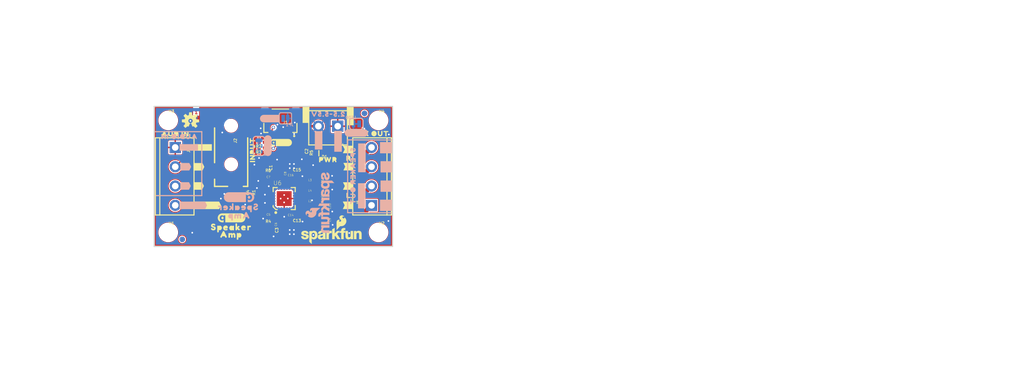
<source format=kicad_pcb>
(kicad_pcb (version 20211014) (generator pcbnew)
  (layers (0 "F.Cu" signal) (1 "In1.Cu" signal) (2 "In2.Cu" signal) (31 "B.Cu" signal) (34 "B.Paste" user) (35 "F.Paste" user) (36 "B.SilkS" user "B.Silkscreen") (37 "F.SilkS" user "F.Silkscreen") (38 "B.Mask" user) (39 "F.Mask" user) (44 "Edge.Cuts" user))
  (net 0 "")
  (net 1 "3.3V")
  (net 2 "GND")
  (net 3 "SCL")
  (net 4 "SDA")
  (net 5 "N$16")
  (net 6 "N$17")
  (net 7 "SPK_R_+")
  (net 8 "SPK_R_-")
  (net 9 "SPK_L_+")
  (net 10 "SPK_L_-")
  (net 11 "N$21")
  (net 12 "N$20")
  (net 13 "N$25")
  (net 14 "N$22")
  (net 15 "N$1")
  (net 16 "N$2")
  (net 17 "N$18")
  (net 18 "N$19")
  (net 19 "N$3")
  (net 20 "N$5")
  (net 21 "~{SDZ}")
  (net 22 "VCC")
  (net 23 "INL_SCRWPN")
  (net 24 "INR_SCRWPN")
  (net 25 "INL")
  (net 26 "INR")
  (net 27 "N$4")
  (net 28 "N$6")
  (footprint "eagleBoard:0402-TIGHT" (layer "F.Cu") (at 151.965662 112.732822)
    (fp_text reference "C14" (at -0.889 -0.6985) (layer "F.SilkS") (effects (font (size 0.367386 0.367386) (thickness 0.039014)) (justify left)))
    (fp_text value "0.1uF")
    (pad "1" smd roundrect (at -0.5 0) (size 0.6 0.6) (layers "F.Cu" "F.Paste" "F.Mask") (roundrect_rratio 0.08466666667) (net 22 "VCC"))
    (pad "2" smd roundrect (at 0.5 0) (size 0.6 0.6) (layers "F.Cu" "F.Paste" "F.Mask") (roundrect_rratio 0.08466666667) (net 2 "GND"))
  )
  (footprint "eagleBoard:###15" (layer "F.Cu") (at 162.16884 110.2487)
    (fp_text reference "U$9" hide)
    (fp_text value "" hide)
  )
  (footprint "eagleBoard:0402-TIGHT" (layer "F.Cu") (at 146.403059 98.808541 180)
    (fp_text reference "R2" (at 0 -0.762) (layer "F.SilkS") (effects (font (size 0.512064 0.512064) (thickness 0.097536)) (justify right)))
    (fp_text value "2.2k")
    (pad "1" smd roundrect (at -0.5 0 180) (size 0.6 0.6) (layers "F.Cu" "F.Paste" "F.Mask") (roundrect_rratio 0.08466666667) (net 3 "SCL"))
    (pad "2" smd roundrect (at 0.5 0 180) (size 0.6 0.6) (layers "F.Cu" "F.Paste" "F.Mask") (roundrect_rratio 0.08466666667) (net 5 "N$16"))
  )
  (footprint "eagleBoard:CREATIVE_COMMONS" (layer "F.Cu") (at 119.2911 138.0236)
    (fp_text reference "FRAME2" hide)
    (fp_text value "FRAME-LETTER" hide)
  )
  (footprint "eagleBoard:SCREWTERMINAL-3.5MM-4" (layer "F.Cu") (at 130.7211 99.7536 -90)
    (fp_text reference "J6" (at 0 -2.413 90) (layer "F.SilkS") (effects (font (size 0.512064 0.512064) (thickness 0.097536)) (justify right)))
    (fp_text value "SCREW")
    (pad "1" thru_hole rect (at 0 0 270) (size 2.032 2.032) (drill 1.2) (layers *.Cu *.Mask) (net 2 "GND"))
    (pad "2" thru_hole circle (at 3.5 0 270) (size 2.032 2.032) (drill 1.2) (layers *.Cu *.Mask) (net 24 "INR_SCRWPN"))
    (pad "3" thru_hole circle (at 7 0 270) (size 2.032 2.032) (drill 1.2) (layers *.Cu *.Mask) (net 23 "INL_SCRWPN"))
    (pad "4" thru_hole circle (at 10.5 0 270) (size 2.032 2.032) (drill 1.2) (layers *.Cu *.Mask) (net 21 "~{SDZ}"))
  )
  (footprint "eagleBoard:SCREWTERMINAL-3.5MM-2" (layer "F.Cu") (at 160.157162 95.8977 180)
    (fp_text reference "J4" (at -1.27 -3.429) (layer "F.SilkS") (effects (font (size 0.512064 0.512064) (thickness 0.097536)) (justify right)))
    (fp_text value "")
    (pad "1" thru_hole rect (at 0 0 180) (size 2.032 2.032) (drill 1.2) (layers *.Cu *.Mask) (net 2 "GND"))
    (pad "2" thru_hole circle (at 3.5 0 180) (size 2.032 2.032) (drill 1.2) (layers *.Cu *.Mask) (net 22 "VCC"))
  )
  (footprint "eagleBoard:SCREWTERMINAL-3.5MM-4" (layer "F.Cu") (at 166.2811 110.2536 90)
    (fp_text reference "J5" (at 0 -2.413 90) (layer "F.SilkS") (effects (font (size 0.512064 0.512064) (thickness 0.097536)) (justify left)))
    (fp_text value "")
    (pad "1" thru_hole rect (at 0 0 90) (size 2.032 2.032) (drill 1.2) (layers *.Cu *.Mask) (net 9 "SPK_L_+"))
    (pad "2" thru_hole circle (at 3.5 0 90) (size 2.032 2.032) (drill 1.2) (layers *.Cu *.Mask) (net 10 "SPK_L_-"))
    (pad "3" thru_hole circle (at 7 0 90) (size 2.032 2.032) (drill 1.2) (layers *.Cu *.Mask) (net 8 "SPK_R_-"))
    (pad "4" thru_hole circle (at 10.5 0 90) (size 2.032 2.032) (drill 1.2) (layers *.Cu *.Mask) (net 7 "SPK_R_+"))
  )
  (footprint "eagleBoard:###16" (layer "F.Cu") (at 162.138359 106.75366)
    (fp_text reference "U$11" hide)
    (fp_text value "" hide)
  )
  (footprint "eagleBoard:0402" (layer "F.Cu") (at 158.061659 105.387141 90)
    (fp_text reference "C11" (at -0.889 -0.6985 90) (layer "F.SilkS") (effects (font (size 0.367386 0.367386) (thickness 0.039014)) (justify left)))
    (fp_text value "1nF")
    (pad "1" smd roundrect (at -0.58 0 90) (size 0.85 0.9) (layers "F.Cu" "F.Paste" "F.Mask") (roundrect_rratio 0.05976470588) (net 7 "SPK_R_+"))
    (pad "2" smd roundrect (at 0.58 0 90) (size 0.85 0.9) (layers "F.Cu" "F.Paste" "F.Mask") (roundrect_rratio 0.05976470588) (net 2 "GND"))
  )
  (footprint "eagleBoard:0402" (layer "F.Cu") (at 158.02864 110.738919 -90)
    (fp_text reference "C10" (at -0.889 -0.6985 90) (layer "F.SilkS") (effects (font (size 0.367386 0.367386) (thickness 0.039014)) (justify right)))
    (fp_text value "1nF")
    (pad "1" smd roundrect (at -0.58 0 270) (size 0.85 0.9) (layers "F.Cu" "F.Paste" "F.Mask") (roundrect_rratio 0.05976470588) (net 10 "SPK_L_-"))
    (pad "2" smd roundrect (at 0.58 0 270) (size 0.85 0.9) (layers "F.Cu" "F.Paste" "F.Mask") (roundrect_rratio 0.05976470588) (net 2 "GND"))
  )
  (footprint "eagleBoard:STAND-OFF-TIGHT" (layer "F.Cu") (at 129.4511 94.8436)
    (fp_text reference "H3" (at 0 -1.651) (layer "F.SilkS") (effects (font (size 0.512064 0.512064) (thickness 0.097536)) (justify left)))
    (fp_text value "STAND-OFFTIGHT")
    (pad "" np_thru_hole circle (at 0 0) (size 3.048 3.048) (drill 3.048) (layers *.Cu *.Mask))
  )
  (footprint "eagleBoard:#R#11" (layer "F.Cu") (at 134.835896 103.263694)
    (fp_text reference "U$17" hide)
    (fp_text value "" hide)
  )
  (footprint "eagleBoard:0402-TIGHT" (layer "F.Cu") (at 151.960578 105.4862)
    (fp_text reference "C16" (at -0.889 -0.6985) (layer "F.SilkS") (effects (font (size 0.367386 0.367386) (thickness 0.039014)) (justify left)))
    (fp_text value "0.1uF")
    (pad "1" smd roundrect (at -0.5 0) (size 0.6 0.6) (layers "F.Cu" "F.Paste" "F.Mask") (roundrect_rratio 0.08466666667) (net 22 "VCC"))
    (pad "2" smd roundrect (at 0.5 0) (size 0.6 0.6) (layers "F.Cu" "F.Paste" "F.Mask") (roundrect_rratio 0.08466666667) (net 2 "GND"))
  )
  (footprint "eagleBoard:AUD_IN23" (layer "F.Cu") (at 130.7592 97.289619)
    (fp_text reference "U$22" hide)
    (fp_text value "" hide)
  )
  (footprint "eagleBoard:0402-TIGHT" (layer "F.Cu") (at 146.403059 99.862641 180)
    (fp_text reference "R3" (at 0 -0.762) (layer "F.SilkS") (effects (font (size 0.512064 0.512064) (thickness 0.097536)) (justify right)))
    (fp_text value "2.2k")
    (pad "1" smd roundrect (at -0.5 0 180) (size 0.6 0.6) (layers "F.Cu" "F.Paste" "F.Mask") (roundrect_rratio 0.08466666667) (net 4 "SDA"))
    (pad "2" smd roundrect (at 0.5 0 180) (size 0.6 0.6) (layers "F.Cu" "F.Paste" "F.Mask") (roundrect_rratio 0.08466666667) (net 6 "N$17"))
  )
  (footprint "eagleBoard:0402-TIGHT" (layer "F.Cu") (at 146.997418 104.503216)
    (fp_text reference "R6" (at 0 -0.562) (layer "F.SilkS") (effects (font (size 0.512064 0.512064) (thickness 0.097536)) (justify left)))
    (fp_text value "100")
    (pad "1" smd roundrect (at -0.5 0) (size 0.6 0.6) (layers "F.Cu" "F.Paste" "F.Mask") (roundrect_rratio 0.08466666667) (net 26 "INR"))
    (pad "2" smd roundrect (at 0.5 0) (size 0.6 0.6) (layers "F.Cu" "F.Paste" "F.Mask") (roundrect_rratio 0.08466666667) (net 19 "N$3"))
  )
  (footprint "eagleBoard:QFN-20-0.5MM" (layer "F.Cu") (at 150.45944 109.0295)
    (fp_text reference "U6" (at -2 -2.8175) (layer "F.SilkS") (effects (font (size 0.752978 0.752978) (thickness 0.059822)) (justify left)))
    (fp_text value "TPA2016D2")
    (pad "1" smd roundrect (at -1 2.1 90) (size 1.05 0.28) (layers "F.Cu" "F.Paste" "F.Mask") (roundrect_rratio 0.5) (net 11 "N$21"))
    (pad "2" smd roundrect (at -0.5 2.1 90) (size 1.05 0.28) (layers "F.Cu" "F.Paste" "F.Mask") (roundrect_rratio 0.5) (net 14 "N$22"))
    (pad "3" smd roundrect (at 0 2.1 90) (size 1.05 0.28) (layers "F.Cu" "F.Paste" "F.Mask") (roundrect_rratio 0.5) (net 2 "GND"))
    (pad "4" smd roundrect (at 0.5 2.1 90) (size 1.05 0.28) (layers "F.Cu" "F.Paste" "F.Mask") (roundrect_rratio 0.5) (net 22 "VCC"))
    (pad "5" smd roundrect (at 1 2.1 90) (size 1.05 0.28) (layers "F.Cu" "F.Paste" "F.Mask") (roundrect_rratio 0.5) (net 22 "VCC"))
    (pad "6" smd roundrect (at 2.1 1 180) (size 1.05 0.28) (layers "F.Cu" "F.Paste" "F.Mask") (roundrect_rratio 0.5) (net 15 "N$1"))
    (pad "7" smd roundrect (at 2.1 0.5 180) (size 1.05 0.28) (layers "F.Cu" "F.Paste" "F.Mask") (roundrect_rratio 0.5) (net 16 "N$2"))
    (pad "8" smd roundrect (at 2.1 0 180) (size 1.05 0.28) (layers "F.Cu" "F.Paste" "F.Mask") (roundrect_rratio 0.5) (net 2 "GND"))
    (pad "9" smd roundrect (at 2.1 -0.5 180) (size 1.05 0.28) (layers "F.Cu" "F.Paste" "F.Mask") (roundrect_rratio 0.5) (net 18 "N$19"))
    (pad "10" smd roundrect (at 2.1 -1 180) (size 1.05 0.28) (layers "F.Cu" "F.Paste" "F.Mask") (roundrect_rratio 0.5) (net 17 "N$18"))
    (pad "11" smd roundrect (at 1 -2.1 270) (size 1.05 0.28) (layers "F.Cu" "F.Paste" "F.Mask") (roundrect_rratio 0.5) (net 22 "VCC"))
    (pad "12" smd roundrect (at 0.5 -2.1 270) (size 1.05 0.28) (layers "F.Cu" "F.Paste" "F.Mask") (roundrect_rratio 0.5) (net 22 "VCC"))
    (pad "13" smd roundrect (at 0 -2.1 270) (size 1.05 0.28) (layers "F.Cu" "F.Paste" "F.Mask") (roundrect_rratio 0.5) (net 22 "VCC"))
    (pad "14" smd roundrect (at -0.5 -2.1 270) (size 1.05 0.28) (layers "F.Cu" "F.Paste" "F.Mask") (roundrect_rratio 0.5) (net 12 "N$20"))
    (pad "15" smd roundrect (at -1 -2.1 270) (size 1.05 0.28) (layers "F.Cu" "F.Paste" "F.Mask") (roundrect_rratio 0.5) (net 13 "N$25"))
    (pad "16" smd roundrect (at -2.1 -1) (size 1.05 0.28) (layers "F.Cu" "F.Paste" "F.Mask") (roundrect_rratio 0.5))
    (pad "17" smd roundrect (at -2.1 -0.5) (size 1.05 0.28) (layers "F.Cu" "F.Paste" "F.Mask") (roundrect_rratio 0.5) (net 3 "SCL"))
    (pad "18" smd roundrect (at -2.1 0) (size 1.05 0.28) (layers "F.Cu" "F.Paste" "F.Mask") (roundrect_rratio 0.5) (net 21 "~{SDZ}"))
    (pad "19" smd roundrect (at -2.1 0.5) (size 1.05 0.28) (layers "F.Cu" "F.Paste" "F.Mask") (roundrect_rratio 0.5) (net 4 "SDA"))
    (pad "20" smd roundrect (at -2.1 1) (size 1.05 0.28) (layers "F.Cu" "F.Paste" "F.Mask") (roundrect_rratio 0.5))
    (pad "PAD" smd roundrect (at 0 0) (size 2.7 2.7) (layers "F.Cu" "F.Mask") (roundrect_rratio 0.025) (net 2 "GND"))
  )
  (footprint "eagleBoard:FIDUCIAL-1X2" (layer "F.Cu") (at 165.0111 93.5736)
    (fp_text reference "FD3" hide)
    (fp_text value "FIDUCIAL1X2" hide)
    (pad "1" smd roundrect (at 0 0) (size 1 1) (layers "F.Cu" "F.Mask") (roundrect_rratio 0.5))
  )
  (footprint "eagleBoard:#L#12" (layer "F.Cu") (at 134.802881 106.7435)
    (fp_text reference "U$19" hide)
    (fp_text value "" hide)
  )
  (footprint "eagleBoard:STAND-OFF-TIGHT" (layer "F.Cu") (at 167.5511 94.8436)
    (fp_text reference "H4" (at 0 -1.651) (layer "F.SilkS") (effects (font (size 0.512064 0.512064) (thickness 0.097536)) (justify left)))
    (fp_text value "STAND-OFFTIGHT")
    (pad "" np_thru_hole circle (at 0 0) (size 3.048 3.048) (drill 3.048) (layers *.Cu *.Mask))
  )
  (footprint "eagleBoard:0402-TIGHT" (layer "F.Cu") (at 148.556981 114.213641 -90)
    (fp_text reference "C3" (at 0 -0.562 90) (layer "F.SilkS") (effects (font (size 0.512064 0.512064) (thickness 0.097536)) (justify right)))
    (fp_text value "47nF")
    (pad "1" smd roundrect (at -0.5 0 270) (size 0.6 0.6) (layers "F.Cu" "F.Paste" "F.Mask") (roundrect_rratio 0.08466666667) (net 20 "N$5"))
    (pad "2" smd roundrect (at 0.5 0 270) (size 0.6 0.6) (layers "F.Cu" "F.Paste" "F.Mask") (roundrect_rratio 0.08466666667) (net 2 "GND"))
  )
  (footprint "eagleBoard:#GND#25" (layer "F.Cu") (at 162.450781 94.071441 90)
    (fp_text reference "U$20" hide)
    (fp_text value "" hide)
  )
  (footprint "eagleBoard:0805" (layer "F.Cu") (at 153.636981 99.885504 -90)
    (fp_text reference "C2" (at 0 -0.889 90) (layer "F.SilkS") (effects (font (size 0.512064 0.512064) (thickness 0.097536)) (justify right)))
    (fp_text value "10uF")
    (pad "1" smd roundrect (at -0.9 0 270) (size 0.8 1.2) (layers "F.Cu" "F.Paste" "F.Mask") (roundrect_rratio 0.0635) (net 22 "VCC"))
    (pad "2" smd roundrect (at 0.9 0 270) (size 0.8 1.2) (layers "F.Cu" "F.Paste" "F.Mask") (roundrect_rratio 0.0635) (net 2 "GND"))
  )
  (footprint "eagleBoard:INPUT0" (layer "F.Cu") (at 144.71904 100.187757 90)
    (fp_text reference "U$3" hide)
    (fp_text value "" hide)
  )
  (footprint "eagleBoard:0402" (layer "F.Cu") (at 158.023562 113.421157 -90)
    (fp_text reference "C9" (at -0.889 -0.6985 90) (layer "F.SilkS") (effects (font (size 0.367386 0.367386) (thickness 0.039014)) (justify right)))
    (fp_text value "1nF")
    (pad "1" smd roundrect (at -0.58 0 270) (size 0.85 0.9) (layers "F.Cu" "F.Paste" "F.Mask") (roundrect_rratio 0.05976470588) (net 9 "SPK_L_+"))
    (pad "2" smd roundrect (at 0.58 0 270) (size 0.85 0.9) (layers "F.Cu" "F.Paste" "F.Mask") (roundrect_rratio 0.05976470588) (net 2 "GND"))
  )
  (footprint "eagleBoard:0402-TIGHT" (layer "F.Cu") (at 148.112481 112.6363)
    (fp_text reference "C5" (at -0.889 -0.6985) (layer "F.SilkS") (effects (font (size 0.367386 0.367386) (thickness 0.039014)) (justify left)))
    (fp_text value "1.0uF")
    (pad "1" smd roundrect (at -0.5 0) (size 0.6 0.6) (layers "F.Cu" "F.Paste" "F.Mask") (roundrect_rratio 0.08466666667) (net 2 "GND"))
    (pad "2" smd roundrect (at 0.5 0) (size 0.6 0.6) (layers "F.Cu" "F.Paste" "F.Mask") (roundrect_rratio 0.08466666667) (net 11 "N$21"))
  )
  (footprint "eagleBoard:LED-0603" (layer "F.Cu") (at 158.3309 100.802441 180)
    (fp_text reference "D1" (at 0 -0.635) (layer "F.SilkS") (effects (font (size 0.512064 0.512064) (thickness 0.097536)) (justify right)))
    (fp_text value "RED")
    (pad "A" smd roundrect (at -0.877 0 90) (size 1 1) (layers "F.Cu" "F.Paste" "F.Mask") (roundrect_rratio 0.15) (net 28 "N$6"))
    (pad "C" smd roundrect (at 0.877 0 90) (size 1 1) (layers "F.Cu" "F.Paste" "F.Mask") (roundrect_rratio 0.15) (net 27 "N$4"))
  )
  (footprint "eagleBoard:0402" (layer "F.Cu") (at 158.059121 108.0008 90)
    (fp_text reference "C12" (at -0.889 -0.6985 90) (layer "F.SilkS") (effects (font (size 0.367386 0.367386) (thickness 0.039014)) (justify left)))
    (fp_text value "1nF")
    (pad "1" smd roundrect (at -0.58 0 90) (size 0.85 0.9) (layers "F.Cu" "F.Paste" "F.Mask") (roundrect_rratio 0.05976470588) (net 8 "SPK_R_-"))
    (pad "2" smd roundrect (at 0.58 0 90) (size 0.85 0.9) (layers "F.Cu" "F.Paste" "F.Mask") (roundrect_rratio 0.05976470588) (net 2 "GND"))
  )
  (footprint "eagleBoard:0402-TIGHT" (layer "F.Cu") (at 149.664418 113.210344 90)
    (fp_text reference "C6" (at -0.889 -0.6985 90) (layer "F.SilkS") (effects (font (size 0.367386 0.367386) (thickness 0.039014)) (justify left)))
    (fp_text value "1.0uF")
    (pad "1" smd roundrect (at -0.5 0 90) (size 0.6 0.6) (layers "F.Cu" "F.Paste" "F.Mask") (roundrect_rratio 0.08466666667) (net 20 "N$5"))
    (pad "2" smd roundrect (at 0.5 0 90) (size 0.6 0.6) (layers "F.Cu" "F.Paste" "F.Mask") (roundrect_rratio 0.08466666667) (net 14 "N$22"))
  )
  (footprint "eagleBoard:ORDERING_INSTRUCTIONS" (layer "F.Cu") (at 182.7911 73.2536)
    (fp_text reference "LOGO6" hide)
    (fp_text value "SPECIAL_INSTRUCTIONS-ORDERING" hide)
  )
  (footprint "eagleBoard:0402-TIGHT" (layer "F.Cu") (at 147.022821 113.731044)
    (fp_text reference "R4" (at 0 -0.562) (layer "F.SilkS") (effects (font (size 0.512064 0.512064) (thickness 0.097536)) (justify left)))
    (fp_text value "100")
    (pad "1" smd roundrect (at -0.5 0) (size 0.6 0.6) (layers "F.Cu" "F.Paste" "F.Mask") (roundrect_rratio 0.08466666667) (net 25 "INL"))
    (pad "2" smd roundrect (at 0.5 0) (size 0.6 0.6) (layers "F.Cu" "F.Paste" "F.Mask") (roundrect_rratio 0.08466666667) (net 20 "N$5"))
  )
  (footprint "eagleBoard:###16" (layer "F.Cu") (at 162.212018 103.2383)
    (fp_text reference "U$10" hide)
    (fp_text value "" hide)
  )
  (footprint "eagleBoard:TP_15TH" (layer "F.Cu") (at 148.5011 99.9236)
    (fp_text reference "TP2" hide)
    (fp_text value "" hide)
    (pad "1" thru_hole circle (at 0 0) (size 0.6096 0.6096) (drill 0.381) (layers *.Cu) (net 4 "SDA"))
  )
  (footprint "eagleBoard:0402-TIGHT" (layer "F.Cu") (at 144.4371 108.5088 90)
    (fp_text reference "C4" (at 0 -0.562 90) (layer "F.SilkS") (effects (font (size 0.512064 0.512064) (thickness 0.097536)) (justify left)))
    (fp_text value "0.1uF")
    (pad "1" smd roundrect (at -0.5 0 90) (size 0.6 0.6) (layers "F.Cu" "F.Paste" "F.Mask") (roundrect_rratio 0.08466666667) (net 21 "~{SDZ}"))
    (pad "2" smd roundrect (at 0.5 0 90) (size 0.6 0.6) (layers "F.Cu" "F.Paste" "F.Mask") (roundrect_rratio 0.08466666667) (net 2 "GND"))
  )
  (footprint "eagleBoard:SPEAKER0" (layer "F.Cu") (at 140.8811 114.206022)
    (fp_text reference "U$1" hide)
    (fp_text value "" hide)
  )
  (footprint "eagleBoard:STAND-OFF-TIGHT" (layer "F.Cu") (at 129.4511 115.1636)
    (fp_text reference "H1" (at 0 -1.651) (layer "F.SilkS") (effects (font (size 0.512064 0.512064) (thickness 0.097536)) (justify left)))
    (fp_text value "STAND-OFFTIGHT")
    (pad "" np_thru_hole circle (at 0 0) (size 3.048 3.048) (drill 3.048) (layers *.Cu *.Mask))
  )
  (footprint "eagleBoard:0402-TIGHT" (layer "F.Cu") (at 149.9489 104.993441 -90)
    (fp_text reference "C8" (at -0.889 -0.6985 90) (layer "F.SilkS") (effects (font (size 0.367386 0.367386) (thickness 0.039014)) (justify right)))
    (fp_text value "1.0uF")
    (pad "1" smd roundrect (at -0.5 0 270) (size 0.6 0.6) (layers "F.Cu" "F.Paste" "F.Mask") (roundrect_rratio 0.08466666667) (net 19 "N$3"))
    (pad "2" smd roundrect (at 0.5 0 270) (size 0.6 0.6) (layers "F.Cu" "F.Paste" "F.Mask") (roundrect_rratio 0.08466666667) (net 12 "N$20"))
  )
  (footprint "eagleBoard:0402-TIGHT" (layer "F.Cu") (at 145.516603 108.503719 90)
    (fp_text reference "R1" (at 0 -0.562 90) (layer "F.SilkS") (effects (font (size 0.512064 0.512064) (thickness 0.097536)) (justify left)))
    (fp_text value "100k")
    (pad "1" smd roundrect (at -0.5 0 90) (size 0.6 0.6) (layers "F.Cu" "F.Paste" "F.Mask") (roundrect_rratio 0.08466666667) (net 21 "~{SDZ}"))
    (pad "2" smd roundrect (at 0.5 0 90) (size 0.6 0.6) (layers "F.Cu" "F.Paste" "F.Mask") (roundrect_rratio 0.08466666667) (net 22 "VCC"))
  )
  (footprint "eagleBoard:AUDIO-JACK-3.5MM-SMD" (layer "F.Cu") (at 140.848081 92.3163 -90)
    (fp_text reference "J2" (at 5.715 -0.762 90) (layer "F.SilkS") (effects (font (size 0.512064 0.512064) (thickness 0.097536)) (justify right)))
    (fp_text value "TRS_INPUT")
    (pad "" np_thru_hole circle (at 10.5 0 270) (size 2 2) (drill 2) (layers *.Cu *.Mask))
    (pad "" np_thru_hole circle (at 3.5 0 270) (size 2 2) (drill 2) (layers *.Cu *.Mask))
    (pad "RING" smd roundrect (at 4.3 -3.45 270) (size 2 2.5) (layers "F.Cu" "F.Paste" "F.Mask") (roundrect_rratio 0.0254) (net 26 "INR"))
    (pad "RSH" smd roundrect (at 1.5 -3.45 90) (size 1.2 2.5) (layers "F.Cu" "F.Paste" "F.Mask") (roundrect_rratio 0.04233333333) (net 24 "INR_SCRWPN"))
    (pad "SLEEVE" smd roundrect (at 2.4 3.45 270) (size 2 2.5) (layers "F.Cu" "F.Paste" "F.Mask") (roundrect_rratio 0.0254) (net 2 "GND"))
    (pad "TIP" smd roundrect (at 11.7 3.45 270) (size 2 2.5) (layers "F.Cu" "F.Paste" "F.Mask") (roundrect_rratio 0.0254) (net 25 "INL"))
    (pad "TSH" smd roundrect (at 15.75 -0.75) (size 2 2.5) (layers "F.Cu" "F.Paste" "F.Mask") (roundrect_rratio 0.0254) (net 23 "INL_SCRWPN"))
  )
  (footprint "eagleBoard:L5" (layer "F.Cu") (at 162.13074 108.458)
    (fp_text reference "U$16" hide)
    (fp_text value "" hide)
  )
  (footprint "eagleBoard:R21" (layer "F.Cu") (at 162.138362 101.719379)
    (fp_text reference "U$14" hide)
    (fp_text value "" hide)
  )
  (footprint "eagleBoard:0402-TIGHT" (layer "F.Cu") (at 151.965659 113.792)
    (fp_text reference "C13" (at 0 -0.762) (layer "F.SilkS") (effects (font (size 0.512064 0.512064) (thickness 0.097536)) (justify left)))
    (fp_text value "1.0uF")
    (pad "1" smd roundrect (at -0.5 0) (size 0.6 0.6) (layers "F.Cu" "F.Paste" "F.Mask") (roundrect_rratio 0.08466666667) (net 22 "VCC"))
    (pad "2" smd roundrect (at 0.5 0) (size 0.6 0.6) (layers "F.Cu" "F.Paste" "F.Mask") (roundrect_rratio 0.08466666667) (net 2 "GND"))
  )
  (footprint "eagleBoard:SPK_OUT22" (layer "F.Cu") (at 166.32174 97.25406)
    (fp_text reference "U$21" hide)
    (fp_text value "" hide)
  )
  (footprint "eagleBoard:0805" (layer "F.Cu") (at 155.53944 112.2045)
    (fp_text reference "L1" (at -0.762 -0.8255) (layer "F.SilkS") (effects (font (size 0.367386 0.367386) (thickness 0.039014)) (justify left)))
    (fp_text value "220Ω")
    (pad "1" smd roundrect (at -0.9 0) (size 0.8 1.2) (layers "F.Cu" "F.Paste" "F.Mask") (roundrect_rratio 0.0635) (net 15 "N$1"))
    (pad "2" smd roundrect (at 0.9 0) (size 0.8 1.2) (layers "F.Cu" "F.Paste" "F.Mask") (roundrect_rratio 0.0635) (net 9 "SPK_L_+"))
  )
  (footprint "eagleBoard:###15" (layer "F.Cu") (at 162.176459 100.119182)
    (fp_text reference "U$12" hide)
    (fp_text value "" hide)
  )
  (footprint "eagleBoard:STAND-OFF-TIGHT" (layer "F.Cu") (at 167.5511 115.1636)
    (fp_text reference "H2" (at 0 -1.651) (layer "F.SilkS") (effects (font (size 0.512064 0.512064) (thickness 0.097536)) (justify left)))
    (fp_text value "STAND-OFFTIGHT")
    (pad "" np_thru_hole circle (at 0 0) (size 3.048 3.048) (drill 3.048) (layers *.Cu *.Mask))
  )
  (footprint "eagleBoard:#VIN#24" (layer "F.Cu") (at 154.388818 93.850463 90)
    (fp_text reference "U$15" hide)
    (fp_text value "" hide)
  )
  (footprint "eagleBoard:FIDUCIAL-1X2" (layer "F.Cu") (at 131.9911 116.4336)
    (fp_text reference "FD1" hide)
    (fp_text value "FIDUCIAL1X2" hide)
    (pad "1" smd roundrect (at 0 0) (size 1 1) (layers "F.Cu" "F.Mask") (roundrect_rratio 0.5))
  )
  (footprint "eagleBoard:SFE_LOGO_NAME_FLAME_.1" (layer "F.Cu") (at 159.09544 115.77066)
    (fp_text reference "U$30" hide)
    (fp_text value "" hide)
  )
  (footprint "eagleBoard:OSHW-LOGO-S" (layer "F.Cu") (at 133.487362 94.937622)
    (fp_text reference "LOGO4" hide)
    (fp_text value "OSHW-LOGOS" hide)
  )
  (footprint "eagleBoard:QWIIC_4MM" (layer "F.Cu") (at 149.8613 98.8799)
    (fp_text reference "LOGO3" hide)
    (fp_text value "QWIIC_LOGO_4MM" hide)
  )
  (footprint "eagleBoard:JST04_1MM_RA" (layer "F.Cu") (at 149.7711 97.3836 180)
    (fp_text reference "J1" (at -1.397 2.159) (layer "F.SilkS") (effects (font (size 0.512064 0.512064) (thickness 0.097536)) (justify right)))
    (fp_text value "QWIIC")
    (pad "1" smd roundrect (at -1.5 0 180) (size 0.6 1.35) (layers "F.Cu" "F.Paste" "F.Mask") (roundrect_rratio 0.08466666667) (net 2 "GND"))
    (pad "2" smd roundrect (at -0.5 0 180) (size 0.6 1.35) (layers "F.Cu" "F.Paste" "F.Mask") (roundrect_rratio 0.08466666667) (net 1 "3.3V"))
    (pad "3" smd roundrect (at 0.5 0 180) (size 0.6 1.35) (layers "F.Cu" "F.Paste" "F.Mask") (roundrect_rratio 0.08466666667) (net 4 "SDA"))
    (pad "4" smd roundrect (at 1.5 0 180) (size 0.6 1.35) (layers "F.Cu" "F.Paste" "F.Mask") (roundrect_rratio 0.08466666667) (net 3 "SCL"))
    (pad "NC1" smd roundrect (at 2.8 3.675 180) (size 1.2 2) (layers "F.Cu" "F.Paste" "F.Mask") (roundrect_rratio 0.04233333333))
    (pad "NC2" smd roundrect (at -2.8 3.675 180) (size 1.2 2) (layers "F.Cu" "F.Paste" "F.Mask") (roundrect_rratio 0.04233333333))
  )
  (footprint "eagleBoard:0402-TIGHT" (layer "F.Cu") (at 151.960581 104.3813)
    (fp_text reference "C15" (at 0 -0.562) (layer "F.SilkS") (effects (font (size 0.512064 0.512064) (thickness 0.097536)) (justify left)))
    (fp_text value "1.0uF")
    (pad "1" smd roundrect (at -0.5 0) (size 0.6 0.6) (layers "F.Cu" "F.Paste" "F.Mask") (roundrect_rratio 0.08466666667) (net 22 "VCC"))
    (pad "2" smd roundrect (at 0.5 0) (size 0.6 0.6) (layers "F.Cu" "F.Paste" "F.Mask") (roundrect_rratio 0.08466666667) (net 2 "GND"))
  )
  (footprint "eagleBoard:QWIIC_5MM" (layer "F.Cu") (at 140.8951 112.512079)
    (fp_text reference "LOGO1" hide)
    (fp_text value "QWIIC_LOGO_4MM" hide)
  )
  (footprint "eagleBoard:##SHDN##2" (layer "F.Cu") (at 136.3472 110.256319)
    (fp_text reference "U$40" hide)
    (fp_text value "" hide)
  )
  (footprint "eagleBoard:0402-TIGHT" (layer "F.Cu") (at 148.097243 105.811322)
    (fp_text reference "C7" (at -0.889 -0.6985) (layer "F.SilkS") (effects (font (size 0.367386 0.367386) (thickness 0.039014)) (justify left)))
    (fp_text value "1.0uF")
    (pad "1" smd roundrect (at -0.5 0) (size 0.6 0.6) (layers "F.Cu" "F.Paste" "F.Mask") (roundrect_rratio 0.08466666667) (net 2 "GND"))
    (pad "2" smd roundrect (at 0.5 0) (size 0.6 0.6) (layers "F.Cu" "F.Paste" "F.Mask") (roundrect_rratio 0.08466666667) (net 13 "N$25"))
  )
  (footprint "eagleBoard:#GND#25" (layer "F.Cu") (at 135.6868 99.75596)
    (fp_text reference "U$25" hide)
    (fp_text value "" hide)
  )
  (footprint "eagleBoard:TP_15TH" (layer "F.Cu") (at 148.5011 96.1136)
    (fp_text reference "TP1" hide)
    (fp_text value "" hide)
    (pad "1" thru_hole circle (at 0 0) (size 0.6096 0.6096) (drill 0.381) (layers *.Cu) (net 3 "SCL"))
  )
  (footprint "eagleBoard:0805" (layer "F.Cu") (at 155.53944 110.2995)
    (fp_text reference "L2" (at -0.762 -0.8255) (layer "F.SilkS") (effects (font (size 0.367386 0.367386) (thickness 0.039014)) (justify left)))
    (fp_text value "220Ω")
    (pad "1" smd roundrect (at -0.9 0) (size 0.8 1.2) (layers "F.Cu" "F.Paste" "F.Mask") (roundrect_rratio 0.0635) (net 16 "N$2"))
    (pad "2" smd roundrect (at 0.9 0) (size 0.8 1.2) (layers "F.Cu" "F.Paste" "F.Mask") (roundrect_rratio 0.0635) (net 10 "SPK_L_-"))
  )
  (footprint "eagleBoard:PWR26" (layer "F.Cu") (at 158.4071 101.973382)
    (fp_text reference "U$5" hide)
    (fp_text value "" hide)
  )
  (footprint "eagleBoard:AMP0" (layer "F.Cu") (at 140.87094 115.536982)
    (fp_text reference "U$6" hide)
    (fp_text value "" hide)
  )
  (footprint "eagleBoard:0805" (layer "F.Cu") (at 155.53944 108.3945)
    (fp_text reference "L4" (at -0.762 -0.8255) (layer "F.SilkS") (effects (font (size 0.367386 0.367386) (thickness 0.039014)) (justify left)))
    (fp_text value "220Ω")
    (pad "1" smd roundrect (at -0.9 0) (size 0.8 1.2) (layers "F.Cu" "F.Paste" "F.Mask") (roundrect_rratio 0.0635) (net 18 "N$19"))
    (pad "2" smd roundrect (at 0.9 0) (size 0.8 1.2) (layers "F.Cu" "F.Paste" "F.Mask") (roundrect_rratio 0.0635) (net 8 "SPK_R_-"))
  )
  (footprint "eagleBoard:0805" (layer "F.Cu") (at 155.53944 106.4895)
    (fp_text reference "L3" (at -0.762 -0.8255) (layer "F.SilkS") (effects (font (size 0.367386 0.367386) (thickness 0.039014)) (justify left)))
    (fp_text value "220Ω")
    (pad "1" smd roundrect (at -0.9 0) (size 0.8 1.2) (layers "F.Cu" "F.Paste" "F.Mask") (roundrect_rratio 0.0635) (net 17 "N$18"))
    (pad "2" smd roundrect (at 0.9 0) (size 0.8 1.2) (layers "F.Cu" "F.Paste" "F.Mask") (roundrect_rratio 0.0635) (net 7 "SPK_R_+"))
  )
  (footprint "eagleBoard:0402-TIGHT" (layer "F.Cu") (at 148.587459 104.000304 90)
    (fp_text reference "C1" (at 0 -0.562 90) (layer "F.SilkS") (effects (font (size 0.512064 0.512064) (thickness 0.097536)) (justify left)))
    (fp_text value "47nF")
    (pad "1" smd roundrect (at -0.5 0 90) (size 0.6 0.6) (layers "F.Cu" "F.Paste" "F.Mask") (roundrect_rratio 0.08466666667) (net 19 "N$3"))
    (pad "2" smd roundrect (at 0.5 0 90) (size 0.6 0.6) (layers "F.Cu" "F.Paste" "F.Mask") (roundrect_rratio 0.08466666667) (net 2 "GND"))
  )
  (footprint "eagleBoard:0402-TIGHT" (layer "F.Cu") (at 155.953459 101.300279 90)
    (fp_text reference "R5" (at 0 -0.562 90) (layer "F.SilkS") (effects (font (size 0.512064 0.512064) (thickness 0.097536)) (justify left)))
    (fp_text value "1k")
    (pad "1" smd roundrect (at -0.5 0 90) (size 0.6 0.6) (layers "F.Cu" "F.Paste" "F.Mask") (roundrect_rratio 0.08466666667) (net 2 "GND"))
    (pad "2" smd roundrect (at 0.5 0 90) (size 0.6 0.6) (layers "F.Cu" "F.Paste" "F.Mask") (roundrect_rratio 0.08466666667) (net 27 "N$4"))
  )
  (footprint "eagleBoard:FIDUCIAL-1X2" (layer "B.Cu") (at 131.9911 116.4336 180)
    (fp_text reference "FD2" hide)
    (fp_text value "FIDUCIAL1X2" hide)
    (pad "1" smd roundrect (at 0 0 180) (size 1 1) (layers "B.Cu" "B.Mask") (roundrect_rratio 0.5))
  )
  (footprint "eagleBoard:#I2C#0" (layer "B.Cu") (at 147.505418 99.42576 -90)
    (fp_text reference "U$2" hide)
    (fp_text value "" hide)
  )
  (footprint "eagleBoard:SMT-JUMPER_2_NC_TRACE_SILK" (layer "B.Cu") (at 163.5252 95.4786 180)
    (fp_text reference "LED0" (at 0 1.143) (layer "B.SilkS") (effects (font (size 0.512064 0.512064) (thickness 0.097536)) (justify left mirror)))
    (fp_text value "")
    (fp_poly (pts (xy 0.70485 -0.13335) (xy -0.03175 -0.13335) (xy -0.03175 0.13335) (xy 0.70485 0.13335)) (layer "B.Cu") (width 0) (fill solid))
    (fp_poly (pts (xy 0.03175 -0.13335) (xy -0.70485 -0.13335) (xy -0.70485 0.13335) (xy 0.03175 0.13335)) (layer "B.Cu") (width 0) (fill solid))
    (pad "1" smd roundrect (at -0.5207 0 180) (size 0.6604 1.27) (layers "B.Cu" "B.Mask") (roundrect_rratio 0.07692307692) (net 28 "N$6"))
    (pad "2" smd roundrect (at 0.5207 0 180) (size 0.6604 1.27) (layers "B.Cu" "B.Mask") (roundrect_rratio 0.07692307692) (net 22 "VCC"))
  )
  (footprint "eagleBoard:SPEAKER_OUT37" (layer "B.Cu") (at 162.93084 105.023919 -90)
    (fp_text reference "U$33" hide)
    (fp_text value "" hide)
  )
  (footprint "eagleBoard:##SHDN##3" (layer "B.Cu") (at 133.8199 110.263941 180)
    (fp_text reference "U$13" hide)
    (fp_text value "" hide)
  )
  (footprint "eagleBoard:#JP1#2" (layer "B.Cu") (at 147.9804 94.518482 180)
    (fp_text reference "U$39" hide)
    (fp_text value "" hide)
  )
  (footprint "eagleBoard:SPEAKER0" (layer "B.Cu") (at 142.029184 110.553497 180)
    (fp_text reference "U$4" hide)
    (fp_text value "" hide)
  )
  (footprint "eagleBoard:AMP0" (layer "B.Cu") (at 142.156184 112.077497 180)
    (fp_text reference "U$8" hide)
    (fp_text value "" hide)
  )
  (footprint "eagleBoard:###40" (layer "B.Cu") (at 168.9481 99.7966 180)
    (fp_text reference "U$31" hide)
    (fp_text value "" hide)
  )
  (footprint "eagleBoard:###41" (layer "B.Cu") (at 168.9481 106.7816 180)
    (fp_text reference "U$36" hide)
    (fp_text value "" hide)
  )
  (footprint "eagleBoard:QWIIC_5.5MM" (layer "B.Cu") (at 142.283184 108.775497 180)
    (fp_text reference "U$7" hide)
    (fp_text value "" hide)
  )
  (footprint "eagleBoard:AUDIO_IN39" (layer "B.Cu") (at 131.3561 97.7646 180)
    (fp_text reference "U$34" hide)
    (fp_text value "" hide)
  )
  (footprint "eagleBoard:FIDUCIAL-1X2" (layer "B.Cu") (at 165.0111 93.5736 180)
    (fp_text reference "FD4" hide)
    (fp_text value "FIDUCIAL1X2" hide)
    (pad "1" smd roundrect (at 0 0 180) (size 1 1) (layers "B.Cu" "B.Mask") (roundrect_rratio 0.5))
  )
  (footprint "eagleBoard:SMT-JUMPER_3_2-NC_TRACE_SILK" (layer "B.Cu") (at 145.8849 99.486722 90)
    (fp_text reference "I2C0" (at 0 1.143 90) (layer "B.SilkS") (effects (font (size 0.512064 0.512064) (thickness 0.097536)) (justify left mirror)))
    (fp_text value "JUMPER-SMT_3_2-NC_TRACE_SILK")
    (fp_poly (pts (xy 1.23825 -0.13335) (xy 0.50165 -0.13335) (xy 0.50165 0.13335) (xy 1.23825 0.13335)) (layer "B.Cu") (width 0) (fill solid))
    (fp_poly (pts (xy -0.50165 -0.13335) (xy -1.23825 -0.13335) (xy -1.23825 0.13335) (xy -0.50165 0.13335)) (layer "B.Cu") (width 0) (fill solid))
    (fp_poly (pts (xy 0.53975 -0.13335) (xy -0.53975 -0.13335) (xy -0.53975 0.13335) (xy 0.53975 0.13335)) (layer "B.Cu") (width 0) (fill solid))
    (pad "1" smd roundrect (at -1.0414 0 90) (size 0.6604 1.27) (layers "B.Cu" "B.Mask") (roundrect_rratio 0.07692307692) (net 6 "N$17"))
    (pad "2" smd roundrect (at 0 0 90) (size 0.6604 1.27) (layers "B.Cu" "B.Mask") (roundrect_rratio 0.07692307692) (net 1 "3.3V"))
    (pad "3" smd roundrect (at 1.0414 0 90) (size 0.6604 1.27) (layers "B.Cu" "B.Mask") (roundrect_rratio 0.07692307692) (net 5 "N$16"))
  )
  (footprint "eagleBoard:#VIN#30" (layer "B.Cu") (at 156.69514 98.4631 -90)
    (fp_text reference "U$26" hide)
    (fp_text value "" hide)
  )
  (footprint "eagleBoard:#LED#27" (layer "B.Cu") (at 163.54044 97.119438 180)
    (fp_text reference "U$24" hide)
    (fp_text value "" hide)
  )
  (footprint "eagleBoard:#R#34" (layer "B.Cu") (at 132.453381 103.253541 180)
    (fp_text reference "U$28" hide)
    (fp_text value "" hide)
  )
  (footprint "eagleBoard:SMT-JUMPER_2_NO_SILK" (layer "B.Cu") (at 150.6855 94.480382)
    (fp_text reference "JP1" (at 0 1.143) (layer "B.SilkS") (effects (font (size 0.512064 0.512064) (thickness 0.097536)) (justify right mirror)))
    (fp_text value "JP1")
    (pad "1" smd roundrect (at -0.4064 0) (size 0.635 1.27) (layers "B.Cu" "B.Mask") (roundrect_rratio 0.08) (net 1 "3.3V"))
    (pad "2" smd roundrect (at 0.4064 0) (size 0.635 1.27) (layers "B.Cu" "B.Mask") (roundrect_rratio 0.08) (net 22 "VCC"))
  )
  (footprint "eagleBoard:2#5#5#5V24" (layer "B.Cu") (at 158.33344 93.710763 180)
    (fp_text reference "U$23" hide)
    (fp_text value "" hide)
  )
  (footprint "eagleBoard:###40" (layer "B.Cu") (at 168.953181 110.251241 180)
    (fp_text reference "U$32" hide)
    (fp_text value "" hide)
  )
  (footprint "eagleBoard:#LEFT#43" (layer "B.Cu") (at 164.51834 108.529119 -90)
    (fp_text reference "U$37" hide)
    (fp_text value "" hide)
  )
  (footprint "eagleBoard:#GND#25" (layer "B.Cu") (at 133.17474 99.7458 180)
    (fp_text reference "U$29" hide)
    (fp_text value "" hide)
  )
  (footprint "eagleBoard:###41" (layer "B.Cu") (at 168.9481 103.2637 180)
    (fp_text reference "U$35" hide)
    (fp_text value "" hide)
  )
  (footprint "eagleBoard:#L#33" (layer "B.Cu") (at 132.430518 106.738419 180)
    (fp_text reference "U$18" hide)
    (fp_text value "" hide)
  )
  (footprint "eagleBoard:SFE_LOGO_NAME_FLAME_.1" (layer "B.Cu") (at 158.03444 109.85766 -90)
    (fp_text reference "LOGO2" hide)
    (fp_text value "SFE_LOGO_NAME_FLAME.1_INCH" hide)
  )
  (footprint "eagleBoard:#RIGHT#44" (layer "B.Cu") (at 164.538659 101.643182 -90)
    (fp_text reference "U$38" hide)
    (fp_text value "" hide)
  )
  (footprint "eagleBoard:#GND#31" (layer "B.Cu") (at 160.218118 98.63836 -90)
    (fp_text reference "U$27" hide)
    (fp_text value "" hide)
  )
  (gr_line (start 170.0911 98.3996) (end 161.958018 98.379282) (layer "B.SilkS") (width 0.2032))
  (gr_line (start 135.529318 96.893382) (end 127.1016 96.893382) (layer "B.SilkS") (width 0.2032))
  (gr_line (start 135.529318 108.488482) (end 135.529318 96.893382) (layer "B.SilkS") (width 0.2032))
  (gr_line (start 161.958018 98.379282) (end 161.958018 111.587282) (layer "B.SilkS") (width 0.2032))
  (gr_line (start 161.958018 111.587282) (end 169.8371 111.6076) (layer "B.SilkS") (width 0.2032))
  (gr_line (start 127.30734 108.488482) (end 135.529318 108.488482) (layer "B.SilkS") (width 0.2032))
  (gr_line (start 126.9111 117.7036) (end 170.0911 117.7036) (layer "Edge.Cuts") (width 0.2032))
  (gr_line (start 126.9111 92.3036) (end 126.9111 117.7036) (layer "Edge.Cuts") (width 0.2032))
  (gr_line (start 170.0911 92.3036) (end 126.9111 92.3036) (layer "Edge.Cuts") (width 0.2032))
  (gr_line (start 170.0911 117.7036) (end 170.0911 92.3036) (layer "Edge.Cuts") (width 0.2032))
  (gr_text "1" (at 134.134859 93.705682) (layer "F.Cu") (effects (font (size 0.6096 0.6096) (thickness 0.2032)) (justify left bottom)))
  (gr_text "3" (at 134.134859 94.594682) (layer "B.Cu") (effects (font (size 0.6096 0.6096) (thickness 0.2032)) (justify left bottom)))
  (segment (start 150.28164 97.37306) (end 150.28164 96.06026) (width 0.508) (layer "F.Cu") (net 1))
  (segment (start 150.2711 97.3836) (end 150.28164 97.37306) (width 0.508) (layer "F.Cu") (net 1))
  (via blind (at 150.28164 96.06026) (size 0.6604) (drill 0.3048) (layers "F.Cu" "In1.Cu") (net 1))
  (via blind (at 150.464518 112.323885) (size 0.6604) (drill 0.3048) (layers "F.Cu" "In1.Cu") (net 2))
  (via blind (at 149.814281 109.029504) (size 0.6604) (drill 0.3048) (layers "F.Cu" "In1.Cu") (net 2))
  (via blind (at 145.762981 105.821482) (size 0.6604) (drill 0.3048) (layers "F.Cu" "In1.Cu") (net 2))
  (via blind (at 148.536662 115.8875) (size 0.6604) (drill 0.3048) (layers "F.Cu" "In1.Cu") (net 2))
  (via blind (at 159.235137 113.792) (size 0.6604) (drill 0.3048) (layers "F.Cu" "In1.Cu") (net 2))
  (via blind (at 159.138618 104.904541) (size 0.6604) (drill 0.3048) (layers "F.Cu" "In1.Cu") (net 2))
  (via blind (at 159.171637 111.381541) (size 0.6604) (drill 0.3048) (layers "F.Cu" "In1.Cu") (net 2))
  (via blind (at 151.1173 109.024422) (size 0.6604) (drill 0.3048) (layers "F.Cu" "In1.Cu") (net 2))
  (via blind (at 147.6629 106.786682) (size 0.6604) (drill 0.3048) (layers "F.Cu" "In1.Cu") (net 2))
  (via blind (at 155.747718 115.633504) (size 0.6604) (drill 0.3048) (layers "F.Cu" "In1.Cu") (net 2))
  (via blind (at 138.9888 109.032041) (size 0.6604) (drill 0.3048) (layers "F.Cu" "In1.Cu") (net 2))
  (via blind (at 155.702 102.961441) (size 0.6604) (drill 0.3048) (layers "F.Cu" "In1.Cu") (net 2))
  (via blind (at 153.654762 101.897182) (size 0.6604) (drill 0.3048) (layers "F.Cu" "In1.Cu") (net 2))
  (via blind (at 169.3418 113.096041) (size 0.6604) (drill 0.3048) (layers "F.Cu" "In1.Cu") (net 2))
  (via blind (at 152.257762 97.304863) (size 0.6604) (drill 0.3048) (layers "F.Cu" "In1.Cu") (net 2))
  (via blind (at 145.0594 102.885241) (size 0.6604) (drill 0.3048) (layers "F.Cu" "In1.Cu") (net 2))
  (via blind (at 139.2428 97.043241) (size 0.6604) (drill 0.3048) (layers "F.Cu" "In1.Cu") (net 2))
  (via blind (at 155.511496 109.341922) (size 0.6604) (drill 0.3048) (layers "F.Cu" "In1.Cu") (net 2))
  (via blind (at 133.802121 115.222019) (size 0.6604) (drill 0.3048) (layers "F.Cu" "In1.Cu") (net 2))
  (via blind (at 162.247584 115.27536) (size 0.6604) (drill 0.3048) (layers "F.Cu" "In1.Cu") (net 2))
  (via blind (at 153.756362 104.970579) (size 0.6604) (drill 0.3048) (layers "F.Cu" "In1.Cu") (net 2))
  (via blind (at 146.641818 112.656622) (size 0.6604) (drill 0.3048) (layers "F.Cu" "In1.Cu") (net 2))
  (via blind (at 153.784303 113.202725) (size 0.6604) (drill 0.3048) (layers "F.Cu" "In1.Cu") (net 2))
  (via blind (at 169.418 97.398841) (size 0.6604) (drill 0.3048) (layers "F.Cu" "In1.Cu") (net 2))
  (via blind (at 149.171662 101.960685) (size 0.6604) (drill 0.3048) (layers "F.Cu" "In1.Cu") (net 2))
  (via blind (at 159.164018 107.393741) (size 0.6604) (drill 0.3048) (layers "F.Cu" "In1.Cu") (net 2))
  (via blind (at 150.454359 108.3818) (size 0.6604) (drill 0.3048) (layers "F.Cu" "In1.Cu") (net 2))
  (via blind (at 133.477003 94.9325) (size 0.6604) (drill 0.3048) (layers "F.Cu" "In1.Cu") (net 2))
  (via blind (at 150.44674 109.720385) (size 0.6604) (drill 0.3048) (layers "F.Cu" "In1.Cu") (net 2))
  (via blind (at 146.2024 96.281241) (size 0.6604) (drill 0.3048) (layers "F.Cu" "In1.Cu") (net 2))
  (segment (start 148.2711 97.3836) (end 148.2711 98.345122) (width 0.2032) (layer "F.Cu") (net 3))
  (segment (start 148.2711 98.345122) (end 147.807681 98.808541) (width 0.2032) (layer "F.Cu") (net 3))
  (segment (start 147.60994 108.5295) (end 147.39874 108.3183) (width 0.2032) (layer "F.Cu") (net 3))
  (segment (start 147.807681 98.808541) (end 146.903059 98.808541) (width 0.2032) (layer "F.Cu") (net 3))
  (segment (start 148.5011 96.222819) (end 148.5011 96.1136) (width 0.2032) (layer "F.Cu") (net 3))
  (segment (start 148.5011 96.222819) (end 148.2711 96.452819) (width 0.2032) (layer "F.Cu") (net 3))
  (segment (start 148.2711 97.3836) (end 148.2711 96.452819) (width 0.2032) (layer "F.Cu") (net 3))
  (segment (start 146.96694 108.3183) (end 147.39874 108.3183) (width 0.2032) (layer "F.Cu") (net 3))
  (segment (start 148.35944 108.5295) (end 147.60994 108.5295) (width 0.2032) (layer "F.Cu") (net 3))
  (via blind (at 146.96694 108.3183) (size 0.6604) (drill 0.3048) (layers "F.Cu" "In1.Cu") (net 3))
  (segment (start 147.259425 109.5295) (end 146.977103 109.811822) (width 0.2032) (layer "F.Cu") (net 4))
  (segment (start 149.235159 95.60306) (end 149.2711 95.639) (width 0.2032) (layer "F.Cu") (net 4))
  (segment (start 146.903059 99.862641) (end 148.44014 99.862641) (width 0.2032) (layer "F.Cu") (net 4))
  (segment (start 148.44014 99.862641) (end 148.5011 99.9236) (width 0.2032) (layer "F.Cu") (net 4))
  (segment (start 148.35944 109.5295) (end 147.259425 109.5295) (width 0.2032) (layer "F.Cu") (net 4))
  (segment (start 149.2711 99.1536) (end 148.5011 99.9236) (width 0.2032) (layer "F.Cu") (net 4))
  (segment (start 149.2711 95.639) (end 149.2711 97.3836) (width 0.2032) (layer "F.Cu") (net 4))
  (segment (start 149.2711 97.3836) (end 149.2711 99.1536) (width 0.2032) (layer "F.Cu") (net 4))
  (via blind (at 149.235159 95.60306) (size 0.6604) (drill 0.3048) (layers "F.Cu" "In1.Cu") (net 4))
  (via blind (at 146.977103 109.811822) (size 0.6604) (drill 0.3048) (layers "F.Cu" "In1.Cu") (net 4))
  (segment (start 145.903059 97.5915) (end 146.263359 97.2312) (width 0.2032) (layer "F.Cu") (net 5))
  (segment (start 145.903059 98.808541) (end 145.903059 97.5915) (width 0.2032) (layer "F.Cu") (net 5))
  (via blind (at 146.263359 97.2312) (size 0.6604) (drill 0.3048) (layers "F.Cu" "In1.Cu") (net 5))
  (segment (start 145.903059 101.663882) (end 145.905218 101.666041) (width 0.2032) (layer "F.Cu") (net 6))
  (segment (start 145.903059 99.862641) (end 145.903059 101.663882) (width 0.2032) (layer "F.Cu") (net 6))
  (via blind (at 145.905218 101.666041) (size 0.6604) (drill 0.3048) (layers "F.Cu" "In1.Cu") (net 6))
  (segment (start 156.9618 105.967141) (end 156.43944 106.4895) (width 0.8382) (layer "F.Cu") (net 7))
  (segment (start 158.061659 105.967141) (end 156.9618 105.967141) (width 0.8382) (layer "F.Cu") (net 7))
  (segment (start 160.067559 105.967141) (end 166.2811 99.7536) (width 0.8382) (layer "F.Cu") (net 7))
  (segment (start 158.061659 105.967141) (end 160.067559 105.967141) (width 0.8382) (layer "F.Cu") (net 7))
  (segment (start 160.9539 108.5808) (end 166.2811 103.2536) (width 0.8382) (layer "F.Cu") (net 8))
  (segment (start 158.059121 108.5808) (end 160.9539 108.5808) (width 0.8382) (layer "F.Cu") (net 8))
  (segment (start 158.059121 108.5808) (end 156.62574 108.5808) (width 0.8382) (layer "F.Cu") (net 8))
  (segment (start 156.62574 108.5808) (end 156.43944 108.3945) (width 0.8382) (layer "F.Cu") (net 8))
  (segment (start 158.023562 112.841157) (end 163.693543 112.841157) (width 0.8382) (layer "F.Cu") (net 9))
  (segment (start 158.023562 112.841157) (end 157.076096 112.841157) (width 0.8382) (layer "F.Cu") (net 9))
  (segment (start 163.693543 112.841157) (end 166.2811 110.2536) (width 0.8382) (layer "F.Cu") (net 9))
  (segment (start 157.076096 112.841157) (end 156.43944 112.2045) (width 0.8382) (layer "F.Cu") (net 9))
  (segment (start 158.02864 110.158919) (end 156.580021 110.158919) (width 0.8382) (layer "F.Cu") (net 10))
  (segment (start 158.02864 110.158919) (end 162.875781 110.158919) (width 0.8382) (layer "F.Cu") (net 10))
  (segment (start 162.875781 110.158919) (end 166.2811 106.7536) (width 0.8382) (layer "F.Cu") (net 10))
  (segment (start 156.580021 110.158919) (end 156.43944 110.2995) (width 0.8382) (layer "F.Cu") (net 10))
  (segment (start 148.612481 112.6363) (end 148.612481 112.581563) (width 0.2794) (layer "F.Cu") (net 11))
  (segment (start 149.45944 111.1295) (end 149.45944 111.734604) (width 0.2794) (layer "F.Cu") (net 11))
  (segment (start 149.45944 111.734604) (end 148.612481 112.581563) (width 0.2794) (layer "F.Cu") (net 11))
  (segment (start 149.95944 106.9295) (end 149.95944 105.503982) (width 0.2794) (layer "F.Cu") (net 12))
  (segment (start 149.95944 105.503982) (end 149.9489 105.493441) (width 0.2794) (layer "F.Cu") (net 12))
  (segment (start 149.095459 105.811322) (end 148.597243 105.811322) (width 0.2794) (layer "F.Cu") (net 13))
  (segment (start 149.45944 106.175304) (end 149.095459 105.811322) (width 0.2794) (layer "F.Cu") (net 13))
  (segment (start 149.45944 106.9295) (end 149.45944 106.175304) (width 0.2794) (layer "F.Cu") (net 13))
  (segment (start 149.95944 111.896425) (end 149.677118 112.178747) (width 0.2794) (layer "F.Cu") (net 14))
  (segment (start 149.677118 112.178747) (end 149.677118 112.697644) (width 0.2794) (layer "F.Cu") (net 14))
  (segment (start 149.677118 112.697644) (end 149.664418 112.710344) (width 0.2794) (layer "F.Cu") (net 14))
  (segment (start 149.95944 111.1295) (end 149.95944 111.896425) (width 0.2794) (layer "F.Cu") (net 14))
  (segment (start 153.8859 110.853225) (end 153.8859 111.40016) (width 0.2794) (layer "F.Cu") (net 15))
  (segment (start 154.63944 112.1537) (end 154.63944 112.2045) (width 0.2794) (layer "F.Cu") (net 15))
  (segment (start 154.63944 112.1537) (end 153.8859 111.40016) (width 0.2794) (layer "F.Cu") (net 15))
  (segment (start 152.55944 110.0295) (end 153.062175 110.0295) (width 0.2794) (layer "F.Cu") (net 15))
  (segment (start 153.062175 110.0295) (end 153.8859 110.853225) (width 0.2794) (layer "F.Cu") (net 15))
  (segment (start 152.55944 109.5295) (end 153.358896 109.5295) (width 0.2794) (layer "F.Cu") (net 16))
  (segment (start 154.128896 110.2995) (end 153.358896 109.5295) (width 0.2794) (layer "F.Cu") (net 16))
  (segment (start 154.128896 110.2995) (end 154.63944 110.2995) (width 0.2794) (layer "F.Cu") (net 16))
  (segment (start 154.63944 106.550463) (end 154.63944 106.4895) (width 0.2794) (layer "F.Cu") (net 17))
  (segment (start 154.63944 106.550463) (end 153.160403 108.0295) (width 0.2794) (layer "F.Cu") (net 17))
  (segment (start 152.55944 108.0295) (end 153.160403 108.0295) (width 0.2794) (layer "F.Cu") (net 17))
  (segment (start 152.55944 108.5295) (end 154.50444 108.5295) (width 0.2794) (layer "F.Cu") (net 18))
  (segment (start 154.50444 108.5295) (end 154.63944 108.3945) (width 0.2794) (layer "F.Cu") (net 18))
  (segment (start 148.584546 104.503216) (end 147.497418 104.503216) (width 0.2794) (layer "F.Cu") (net 19))
  (segment (start 149.9489 104.493441) (end 149.942037 104.500304) (width 0.2794) (layer "F.Cu") (net 19))
  (segment (start 148.587459 104.500304) (end 148.584546 104.503216) (width 0.2794) (layer "F.Cu") (net 19))
  (segment (start 149.942037 104.500304) (end 148.587459 104.500304) (width 0.2794) (layer "F.Cu") (net 19))
  (segment (start 149.664418 113.710344) (end 149.661121 113.713641) (width 0.2794) (layer "F.Cu") (net 20))
  (segment (start 147.522821 113.731044) (end 147.540225 113.713641) (width 0.2794) (layer "F.Cu") (net 20))
  (segment (start 148.556981 113.713641) (end 147.540225 113.713641) (width 0.2794) (layer "F.Cu") (net 20))
  (segment (start 149.661121 113.713641) (end 148.556981 113.713641) (width 0.2794) (layer "F.Cu") (net 20))
  (segment (start 144.4371 109.0676) (end 143.3957 110.109) (width 0.2032) (layer "F.Cu") (net 21))
  (segment (start 144.4371 109.0088) (end 144.4371 109.0676) (width 0.2032) (layer "F.Cu") (net 21))
  (segment (start 145.516603 109.003719) (end 144.442181 109.003719) (width 0.2032) (layer "F.Cu") (net 21))
  (segment (start 144.442181 109.003719) (end 144.4371 109.0088) (width 0.2032) (layer "F.Cu") (net 21))
  (segment (start 148.35944 109.0295) (end 145.516603 109.0295) (width 0.2032) (layer "F.Cu") (net 21))
  (segment (start 145.516603 109.0295) (end 145.516603 109.003719) (width 0.2032) (layer "F.Cu") (net 21))
  (via blind (at 143.3957 110.109) (size 0.6604) (drill 0.3048) (layers "F.Cu" "In1.Cu") (net 21))
  (segment (start 150.95944 106.187619) (end 151.0411 106.10596) (width 0.2794) (layer "F.Cu") (net 22))
  (segment (start 150.95944 111.1295) (end 150.95944 111.902816) (width 0.2794) (layer "F.Cu") (net 22))
  (segment (start 145.516603 107.119419) (end 145.51914 107.119419) (width 0.2032) (layer "F.Cu") (net 22))
  (segment (start 150.45944 106.34726) (end 150.45944 106.9295) (width 0.2794) (layer "F.Cu") (net 22))
  (segment (start 151.460581 104.3813) (end 151.460581 103.522404) (width 0.5842) (layer "F.Cu") (net 22))
  (segment (start 150.95944 111.902816) (end 151.111265 112.054641) (width 0.2794) (layer "F.Cu") (net 22))
  (segment (start 151.45944 106.10596) (end 151.45944 105.487338) (width 0.5842) (layer "F.Cu") (net 22))
  (segment (start 151.460578 105.4862) (end 151.460578 104.381304) (width 0.5842) (layer "F.Cu") (net 22))
  (segment (start 151.460578 104.381304) (end 151.460581 104.3813) (width 0.2794) (layer "F.Cu") (net 22))
  (segment (start 151.45944 105.487338) (end 151.460578 105.4862) (width 0.2794) (layer "F.Cu") (net 22))
  (segment (start 150.70074 106.10596) (end 150.45944 106.34726) (width 0.2794) (layer "F.Cu") (net 22))
  (segment (start 151.457662 113.799997) (end 151.457662 114.726722) (width 0.5842) (layer "F.Cu") (net 22))
  (segment (start 154.310081 95.8977) (end 153.636981 96.5708) (width 0.508) (layer "F.Cu") (net 22))
  (segment (start 151.45944 106.10596) (end 151.0411 106.10596) (width 0.2794) (layer "F.Cu") (net 22))
  (segment (start 151.465659 113.792) (end 151.457662 113.799997) (width 0.2794) (layer "F.Cu") (net 22))
  (segment (start 151.465662 112.732822) (end 151.45944 112.7266) (width 0.2794) (layer "F.Cu") (net 22))
  (segment (start 151.45944 112.054641) (end 151.45944 112.7266) (width 0.5842) (layer "F.Cu") (net 22))
  (segment (start 156.657162 95.8977) (end 154.310081 95.8977) (width 0.508) (layer "F.Cu") (net 22))
  (segment (start 150.95944 106.9295) (end 150.95944 106.187619) (width 0.2794) (layer "F.Cu") (net 22))
  (segment (start 151.45944 111.1295) (end 151.45944 112.054641) (width 0.2794) (layer "F.Cu") (net 22))
  (segment (start 151.465662 112.732822) (end 151.465662 113.791997) (width 0.5842) (layer "F.Cu") (net 22))
  (segment (start 153.636981 96.5708) (end 153.636981 98.985504) (width 0.508) (layer "F.Cu") (net 22))
  (segment (start 151.465659 113.792) (end 151.465662 113.791997) (width 0.2794) (layer "F.Cu") (net 22))
  (segment (start 151.111265 112.054641) (end 151.45944 112.054641) (width 0.2794) (layer "F.Cu") (net 22))
  (segment (start 151.0411 106.10596) (end 150.70074 106.10596) (width 0.2794) (layer "F.Cu") (net 22))
  (segment (start 151.460581 103.522404) (end 151.467821 103.515163) (width 0.2794) (layer "F.Cu") (net 22))
  (segment (start 145.516603 108.003719) (end 145.516603 107.119419) (width 0.2032) (layer "F.Cu") (net 22))
  (segment (start 151.45944 106.9295) (end 151.45944 106.10596) (width 0.2794) (layer "F.Cu") (net 22))
  (via blind (at 145.51914 107.119419) (size 0.6604) (drill 0.3048) (layers "F.Cu" "In1.Cu") (net 22))
  (via blind (at 151.467821 102.753163) (size 0.6604) (drill 0.3048) (layers "F.Cu" "In1.Cu") (net 22))
  (via blind (at 152.229821 103.515163) (size 0.6604) (drill 0.3048) (layers "F.Cu" "In1.Cu") (net 22))
  (via blind (at 151.457662 114.726722) (size 0.6604) (drill 0.3048) (layers "F.Cu" "In1.Cu") (net 22))
  (via blind (at 152.219662 115.488722) (size 0.6604) (drill 0.3048) (layers "F.Cu" "In1.Cu") (net 22))
  (via blind (at 152.229821 102.753163) (size 0.6604) (drill 0.3048) (layers "F.Cu" "In1.Cu") (net 22))
  (via blind (at 152.219662 114.726722) (size 0.6604) (drill 0.3048) (layers "F.Cu" "In1.Cu") (net 22))
  (via blind (at 151.457662 115.488722) (size 0.6604) (drill 0.3048) (layers "F.Cu" "In1.Cu") (net 22))
  (via blind (at 151.467821 103.515163) (size 0.6604) (drill 0.3048) (layers "F.Cu" "In1.Cu") (net 22))
  (via blind (at 152.374603 95.239844) (size 0.6604) (drill 0.3048) (layers "F.Cu" "In1.Cu") (net 22))
  (segment (start 139.6111 108.1786) (end 141.485781 108.1786) (width 0.2794) (layer "F.Cu") (net 23))
  (segment (start 141.485781 108.1786) (end 141.598081 108.0663) (width 0.2794) (layer "F.Cu") (net 23))
  (via blind (at 139.6111 108.1786) (size 0.6604) (drill 0.3048) (layers "F.Cu" "In1.Cu") (net 23))
  (segment (start 137.571478 96.403222) (end 130.7211 103.2536) (width 0.2794) (layer "F.Cu") (net 24))
  (segment (start 144.298081 93.8163) (end 140.785718 93.8163) (width 0.2794) (layer "F.Cu") (net 24))
  (segment (start 140.785718 93.8163) (end 139.263121 95.338897) (width 0.2794) (layer "F.Cu") (net 24))
  (segment (start 139.263121 95.752916) (end 138.612815 96.403222) (width 0.2794) (layer "F.Cu") (net 24))
  (segment (start 138.612815 96.403222) (end 137.571478 96.403222) (width 0.2794) (layer "F.Cu") (net 24))
  (segment (start 139.263121 95.338897) (end 139.263121 95.752916) (width 0.2794) (layer "F.Cu") (net 24))
  (segment (start 146.522821 113.731044) (end 141.988543 113.731044) (width 0.2794) (layer "F.Cu") (net 25))
  (segment (start 141.988543 113.731044) (end 137.398081 109.140582) (width 0.2794) (layer "F.Cu") (net 25))
  (segment (start 137.398081 109.140582) (end 137.398081 104.0163) (width 0.2794) (layer "F.Cu") (net 25))
  (segment (start 145.376896 104.503216) (end 144.298081 103.4244) (width 0.2794) (layer "F.Cu") (net 26))
  (segment (start 146.497418 104.503216) (end 145.376896 104.503216) (width 0.2794) (layer "F.Cu") (net 26))
  (segment (start 144.298081 103.4244) (end 144.298081 96.6163) (width 0.2794) (layer "F.Cu") (net 26))
  (segment (start 157.4539 100.802441) (end 155.955621 100.802441) (width 0.2794) (layer "F.Cu") (net 27))
  (segment (start 155.955621 100.802441) (end 155.953459 100.800279) (width 0.2794) (layer "F.Cu") (net 27))
  (segment (start 161.637978 100.802441) (end 164.983159 97.45726) (width 0.2794) (layer "F.Cu") (net 28))
  (segment (start 159.2079 100.802441) (end 161.637978 100.802441) (width 0.2794) (layer "F.Cu") (net 28))
  (segment (start 164.983159 97.45726) (end 164.983159 96.334582) (width 0.2794) (layer "F.Cu") (net 28))
  (via blind (at 164.983159 96.334582) (size 0.6604) (drill 0.3048) (layers "F.Cu" "In1.Cu") (net 28))
  (zone (net 22) (net_name "VCC") (layer "F.Cu") (priority 6) (connect_pads (clearance 0.3048)) (min_thickness 0.1016) (fill yes (thermal_gap 0.2532) (thermal_bridge_width 0.2532))
    (polygon (pts (xy 152.58034 103.840279) (xy 151.13254 103.840279) (xy 151.13254 102.405179) (xy 152.58034 102.405179)))
  )
  (zone (net 22) (net_name "VCC") (layer "F.Cu") (priority 6) (connect_pads (clearance 0.3048)) (min_thickness 0.1016) (fill yes (thermal_gap 0.2532) (thermal_bridge_width 0.2532))
    (polygon (pts (xy 152.570178 115.844319) (xy 151.122378 115.844319) (xy 151.122378 114.409219) (xy 152.570178 114.409219)))
  )
  (zone (net 2) (net_name "GND") (layer "F.Cu") (priority 4) (connect_pads (clearance 0.000001)) (min_thickness 0.1016) (fill yes (thermal_gap 0.2532) (thermal_bridge_width 0.2532))
    (polygon (pts (xy 170.1027 117.8052) (xy 126.8095 117.8052) (xy 126.8095 92.082) (xy 170.1027 92.082)))
  )
  (zone (net 22) (net_name "VCC") (layer "B.Cu") (priority 4) (connect_pads (clearance 0.3048)) (min_thickness 0.1016) (fill yes (thermal_gap 0.2532) (thermal_bridge_width 0.2532))
    (polygon (pts (xy 170.1927 117.8052) (xy 126.8095 117.8052) (xy 126.8095 92.202) (xy 170.1927 92.202)))
  )
)
</source>
